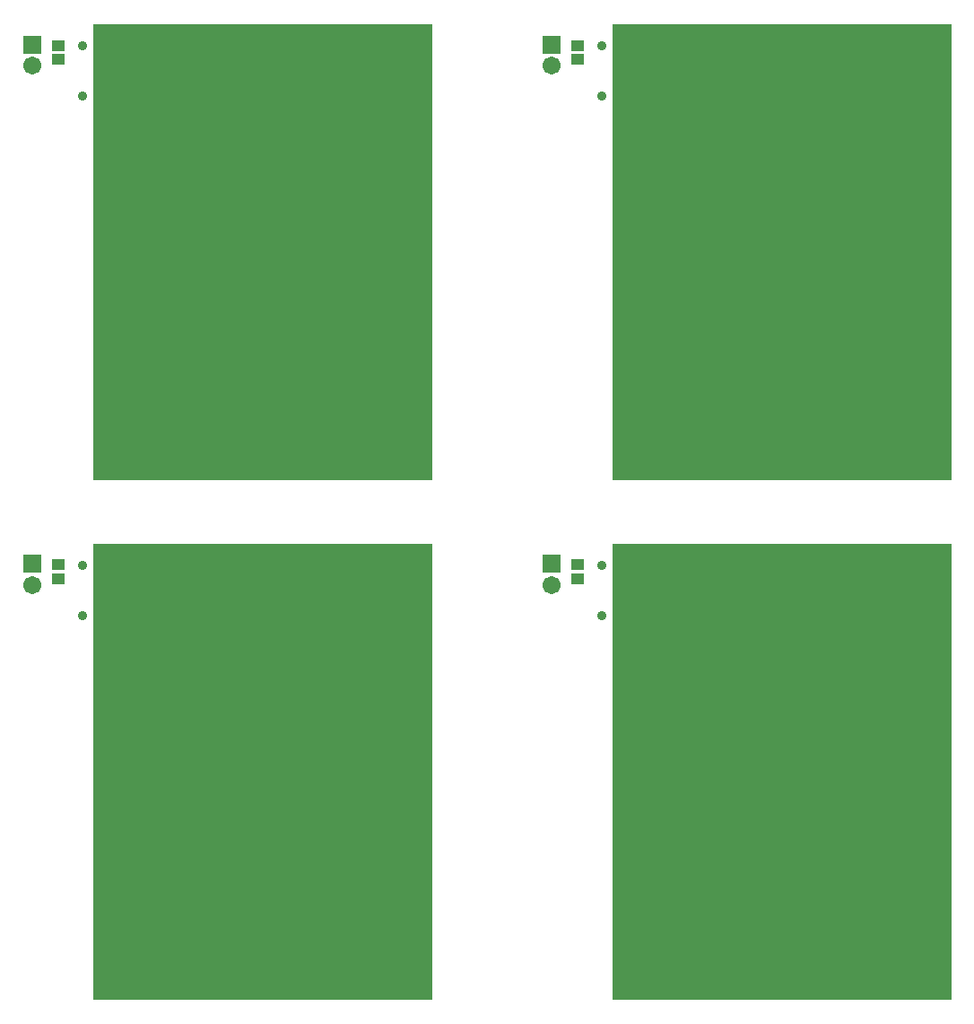
<source format=gts>
%MOIN*%
%OFA0B0*%
%FSLAX25Y25*%
%IPPOS*%
%LPD*%
%ADD19R,1.2598400189208987X1.6929100254249576*%
%ADD20C,0.035560000534057626*%
%ADD21R,0.0454000006818396X0.041470000622816916*%
%ADD22R,0.067060001007140158X0.067060001007140158*%
%ADD23C,0.067060001007140158*%
%ADD24C,0.039500000593230486*%
%ADD35R,1.2598400189208987X1.6929100254249576*%
%ADD36C,0.035560000534057626*%
%ADD37R,0.0454000006818396X0.041470000622816916*%
%ADD38R,0.067060001007140158X0.067060001007140158*%
%ADD39C,0.067060001007140158*%
%ADD40C,0.039500000593230486*%
%ADD41R,1.2598400189208987X1.6929100254249576*%
%ADD42C,0.035560000534057626*%
%ADD43R,0.0454000006818396X0.041470000622816916*%
%ADD44R,0.067060001007140158X0.067060001007140158*%
%ADD45C,0.067060001007140158*%
%ADD46C,0.039500000593230486*%
%ADD47R,1.2598400189208987X1.6929100254249576*%
%ADD48C,0.035560000534057626*%
%ADD49R,0.0454000006818396X0.041470000622816916*%
%ADD50R,0.067060001007140158X0.067060001007140158*%
%ADD51C,0.067060001007140158*%
%ADD52C,0.039500000593230486*%
G01*
G75*
D19*
X0118110Y0098032D02*
D03*
D20*
X0051181Y0174803D02*
D03*
X0051181Y0156004D02*
D03*
D21*
X0042323Y0169587D02*
D03*
X0042323Y0174901D02*
D03*
D22*
X0032479Y0175197D02*
D03*
D23*
X0032479Y0167323D02*
D03*
D24*
X0074902Y0156004D02*
D03*
G04 next file*
G04 Layer_Color=8388736*
G04 skipping 70
G01*
G75*
D35*
X0311023Y0098032D02*
D03*
D36*
X0244094Y0174803D02*
D03*
X0244094Y0156004D02*
D03*
D37*
X0235236Y0169587D02*
D03*
X0235236Y0174901D02*
D03*
D38*
X0225393Y0175197D02*
D03*
D39*
X0225393Y0167323D02*
D03*
D40*
X0267815Y0156004D02*
D03*
G04 next file*
G04 Layer_Color=8388736*
G04 skipping 70
G01*
G75*
D41*
X0311023Y0290945D02*
D03*
D42*
X0244094Y0367716D02*
D03*
X0244094Y0348917D02*
D03*
D43*
X0235236Y0362499D02*
D03*
X0235236Y0367815D02*
D03*
D44*
X0225393Y0368110D02*
D03*
D45*
X0225393Y0360236D02*
D03*
D46*
X0267815Y0348917D02*
D03*
G04 next file*
G04 Layer_Color=8388736*
G04 skipping 70
G01*
G75*
D47*
X0118110Y0290945D02*
D03*
D48*
X0051181Y0367716D02*
D03*
X0051181Y0348917D02*
D03*
D49*
X0042323Y0362499D02*
D03*
X0042323Y0367815D02*
D03*
D50*
X0032479Y0368110D02*
D03*
D51*
X0032479Y0360236D02*
D03*
D52*
X0074902Y0348917D02*
D03*
M02*
</source>
